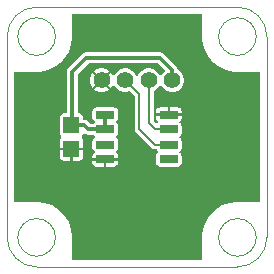
<source format=gbl>
G04*
G04 #@! TF.GenerationSoftware,Altium Limited,Altium Designer,22.3.1 (43)*
G04*
G04 Layer_Physical_Order=2*
G04 Layer_Color=9720587*
%FSLAX42Y42*%
%MOMM*%
G71*
G04*
G04 #@! TF.SameCoordinates,E8A5BB36-140A-47EC-9097-7158AFB52D84*
G04*
G04*
G04 #@! TF.FilePolarity,Positive*
G04*
G01*
G75*
G04:AMPARAMS|DCode=10|XSize=1.4mm|YSize=1.4mm|CornerRadius=0.07mm|HoleSize=0mm|Usage=FLASHONLY|Rotation=180.000|XOffset=0mm|YOffset=0mm|HoleType=Round|Shape=RoundedRectangle|*
%AMROUNDEDRECTD10*
21,1,1.40,1.26,0,0,180.0*
21,1,1.26,1.40,0,0,180.0*
1,1,0.14,-0.63,0.63*
1,1,0.14,0.63,0.63*
1,1,0.14,0.63,-0.63*
1,1,0.14,-0.63,-0.63*
%
%ADD10ROUNDEDRECTD10*%
G04:AMPARAMS|DCode=11|XSize=0.6mm|YSize=1.55mm|CornerRadius=0.03mm|HoleSize=0mm|Usage=FLASHONLY|Rotation=90.000|XOffset=0mm|YOffset=0mm|HoleType=Round|Shape=RoundedRectangle|*
%AMROUNDEDRECTD11*
21,1,0.60,1.49,0,0,90.0*
21,1,0.54,1.55,0,0,90.0*
1,1,0.06,0.75,0.27*
1,1,0.06,0.75,-0.27*
1,1,0.06,-0.75,-0.27*
1,1,0.06,-0.75,0.27*
%
%ADD11ROUNDEDRECTD11*%
%ADD12C,0.30*%
%ADD13C,0.20*%
%ADD14C,0.10*%
%ADD15C,1.40*%
G36*
X550Y1930D02*
X545Y1891D01*
X535Y1853D01*
X520Y1817D01*
X500Y1783D01*
X476Y1752D01*
X448Y1724D01*
X417Y1700D01*
X383Y1680D01*
X347Y1665D01*
X309Y1655D01*
X270Y1650D01*
X61D01*
Y550D01*
X270D01*
X309Y545D01*
X347Y535D01*
X383Y520D01*
X417Y500D01*
X448Y476D01*
X476Y448D01*
X500Y417D01*
X520Y383D01*
X535Y347D01*
X545Y309D01*
X550Y270D01*
Y61D01*
X1650D01*
Y270D01*
X1655Y309D01*
X1665Y347D01*
X1680Y383D01*
X1700Y417D01*
X1724Y448D01*
X1752Y476D01*
X1783Y500D01*
X1817Y520D01*
X1853Y535D01*
X1891Y545D01*
X1930Y550D01*
X2139D01*
Y1650D01*
X1930D01*
X1891Y1655D01*
X1853Y1665D01*
X1817Y1680D01*
X1783Y1700D01*
X1752Y1724D01*
X1724Y1752D01*
X1700Y1783D01*
X1680Y1817D01*
X1665Y1853D01*
X1655Y1891D01*
X1650Y1930D01*
Y2139D01*
X550D01*
Y1930D01*
D02*
G37*
%LPC*%
G36*
X787Y1680D02*
X813D01*
X839Y1673D01*
X861Y1660D01*
X864Y1658D01*
X800Y1594D01*
X736Y1658D01*
X739Y1660D01*
X761Y1673D01*
X787Y1680D01*
D02*
G37*
G36*
X722Y1644D02*
X786Y1580D01*
X722Y1516D01*
X720Y1519D01*
X707Y1541D01*
X700Y1567D01*
Y1593D01*
X707Y1619D01*
X720Y1641D01*
X722Y1644D01*
D02*
G37*
G36*
X800Y1566D02*
X864Y1502D01*
X861Y1500D01*
X839Y1487D01*
X813Y1480D01*
X787D01*
X761Y1487D01*
X739Y1500D01*
X736Y1502D01*
X800Y1566D01*
D02*
G37*
G36*
X1295Y1351D02*
X1360D01*
Y1301D01*
X1262D01*
Y1318D01*
X1264Y1330D01*
X1272Y1341D01*
X1283Y1349D01*
X1295Y1351D01*
D02*
G37*
G36*
X1380D02*
X1444D01*
X1457Y1349D01*
X1468Y1341D01*
X1476Y1330D01*
X1478Y1318D01*
Y1301D01*
X1380D01*
Y1351D01*
D02*
G37*
G36*
X670Y1816D02*
X1297D01*
X1314Y1812D01*
X1329Y1802D01*
X1432Y1699D01*
X1442Y1684D01*
X1445Y1669D01*
X1461Y1660D01*
X1480Y1641D01*
X1493Y1619D01*
X1500Y1593D01*
Y1567D01*
X1493Y1541D01*
X1480Y1519D01*
X1461Y1500D01*
X1439Y1487D01*
X1413Y1480D01*
X1387D01*
X1361Y1487D01*
X1339Y1500D01*
X1320Y1519D01*
X1307Y1541D01*
X1307Y1542D01*
X1293D01*
X1293Y1541D01*
X1280Y1519D01*
X1261Y1500D01*
X1241Y1488D01*
Y1237D01*
X1264Y1214D01*
X1272Y1214D01*
X1280Y1220D01*
X1281Y1226D01*
Y1228D01*
X1280Y1234D01*
X1272Y1240D01*
X1264Y1251D01*
X1262Y1264D01*
Y1281D01*
X1370D01*
X1478D01*
Y1264D01*
X1476Y1251D01*
X1468Y1240D01*
X1460Y1234D01*
X1459Y1228D01*
Y1226D01*
X1460Y1220D01*
X1468Y1214D01*
X1476Y1203D01*
X1478Y1190D01*
Y1136D01*
X1476Y1124D01*
X1468Y1113D01*
X1460Y1107D01*
X1459Y1101D01*
Y1099D01*
X1460Y1093D01*
X1468Y1087D01*
X1476Y1076D01*
X1478Y1064D01*
Y1010D01*
X1476Y997D01*
X1468Y986D01*
X1460Y980D01*
X1459Y974D01*
Y972D01*
X1460Y966D01*
X1468Y960D01*
X1476Y949D01*
X1478Y936D01*
Y882D01*
X1476Y870D01*
X1468Y859D01*
X1457Y851D01*
X1444Y849D01*
X1295D01*
X1283Y851D01*
X1272Y859D01*
X1264Y870D01*
X1262Y882D01*
Y936D01*
X1264Y949D01*
X1272Y960D01*
X1280Y966D01*
X1281Y972D01*
Y974D01*
X1280Y980D01*
X1272Y986D01*
X1265Y996D01*
X1253D01*
X1253Y996D01*
X1238Y999D01*
X1225Y1008D01*
X1091Y1141D01*
X1082Y1154D01*
X1079Y1170D01*
X1079Y1170D01*
Y1443D01*
X1036Y1486D01*
X1013Y1480D01*
X987D01*
X961Y1487D01*
X939Y1500D01*
X920Y1519D01*
X907Y1541D01*
X907Y1542D01*
X893D01*
X893Y1541D01*
X880Y1519D01*
X878Y1516D01*
X814Y1580D01*
X878Y1644D01*
X880Y1641D01*
X893Y1619D01*
X893Y1618D01*
X907D01*
X907Y1619D01*
X920Y1641D01*
X939Y1660D01*
X961Y1673D01*
X987Y1680D01*
X1013D01*
X1039Y1673D01*
X1061Y1660D01*
X1080Y1641D01*
X1093Y1619D01*
X1093Y1618D01*
X1107D01*
X1107Y1619D01*
X1120Y1641D01*
X1139Y1660D01*
X1161Y1673D01*
X1187Y1680D01*
X1213D01*
X1239Y1673D01*
X1261Y1660D01*
X1280Y1641D01*
X1293Y1619D01*
X1293Y1618D01*
X1307D01*
X1307Y1619D01*
X1320Y1641D01*
X1339Y1660D01*
X1339Y1663D01*
X1278Y1724D01*
X689D01*
X596Y1631D01*
Y1301D01*
X607D01*
X622Y1298D01*
X634Y1290D01*
X642Y1277D01*
X645Y1263D01*
Y1246D01*
X650D01*
X668Y1242D01*
X682Y1232D01*
X706Y1209D01*
X728D01*
X732Y1214D01*
X740Y1220D01*
X741Y1226D01*
Y1228D01*
X740Y1234D01*
X732Y1240D01*
X724Y1251D01*
X722Y1264D01*
Y1318D01*
X724Y1330D01*
X732Y1341D01*
X743Y1349D01*
X755Y1351D01*
X904D01*
X917Y1349D01*
X928Y1341D01*
X936Y1330D01*
X938Y1318D01*
Y1264D01*
X936Y1251D01*
X928Y1240D01*
X920Y1234D01*
X919Y1228D01*
Y1226D01*
X920Y1220D01*
X928Y1214D01*
X936Y1203D01*
X938Y1190D01*
Y1136D01*
X936Y1124D01*
X928Y1113D01*
X920Y1107D01*
X919Y1101D01*
Y1099D01*
X920Y1093D01*
X928Y1087D01*
X936Y1076D01*
X938Y1064D01*
Y1010D01*
X936Y997D01*
X928Y986D01*
X920Y980D01*
X919Y974D01*
Y972D01*
X920Y966D01*
X928Y960D01*
X936Y949D01*
X938Y936D01*
Y920D01*
X830D01*
X722D01*
Y936D01*
X724Y949D01*
X732Y960D01*
X740Y966D01*
X741Y972D01*
Y974D01*
X740Y980D01*
X732Y986D01*
X724Y997D01*
X722Y1010D01*
Y1064D01*
X724Y1076D01*
X732Y1087D01*
X740Y1093D01*
X741Y1099D01*
Y1101D01*
X740Y1107D01*
X732Y1113D01*
X728Y1118D01*
X686D01*
X669Y1121D01*
X656Y1129D01*
X648Y1128D01*
X643Y1125D01*
X642Y1123D01*
X634Y1110D01*
X630Y1108D01*
Y1092D01*
X634Y1090D01*
X642Y1077D01*
X645Y1063D01*
Y1010D01*
X444D01*
Y1063D01*
X446Y1077D01*
X455Y1090D01*
X459Y1092D01*
Y1108D01*
X455Y1110D01*
X446Y1123D01*
X444Y1137D01*
Y1263D01*
X446Y1277D01*
X455Y1290D01*
X467Y1298D01*
X481Y1301D01*
X504D01*
Y1650D01*
X508Y1668D01*
X518Y1682D01*
X638Y1802D01*
X652Y1812D01*
X670Y1816D01*
D02*
G37*
G36*
X444Y990D02*
X534D01*
Y899D01*
X481D01*
X467Y902D01*
X455Y910D01*
X446Y923D01*
X444Y937D01*
Y990D01*
D02*
G37*
G36*
X554D02*
X645D01*
Y937D01*
X642Y923D01*
X634Y910D01*
X622Y902D01*
X607Y899D01*
X554D01*
Y990D01*
D02*
G37*
G36*
X722Y900D02*
X820D01*
Y849D01*
X755D01*
X743Y851D01*
X732Y859D01*
X724Y870D01*
X722Y882D01*
Y900D01*
D02*
G37*
G36*
X840D02*
X938D01*
Y882D01*
X936Y870D01*
X928Y859D01*
X917Y851D01*
X904Y849D01*
X840D01*
Y900D01*
D02*
G37*
%LPD*%
D10*
X544Y1200D02*
D03*
Y1000D02*
D03*
D11*
X1370Y910D02*
D03*
Y1036D02*
D03*
Y1164D02*
D03*
Y1290D02*
D03*
X830Y910D02*
D03*
Y1036D02*
D03*
Y1164D02*
D03*
Y1290D02*
D03*
D12*
X1400Y1580D02*
Y1667D01*
X1297Y1770D02*
X670D01*
X1400Y1667D02*
X1297Y1770D01*
X670D02*
X550Y1650D01*
Y1206D02*
Y1650D01*
Y1206D02*
X544Y1200D01*
X830Y1164D02*
Y1290D01*
Y1164D02*
X686D01*
X650Y1200D01*
X544D01*
D13*
X1370Y1036D02*
X1253D01*
X1120Y1170D02*
Y1460D01*
X1253Y1036D02*
X1120Y1170D01*
Y1460D02*
X1000Y1580D01*
X1370Y1164D02*
X1256D01*
X1200Y1220D01*
Y1580D01*
D14*
X1790Y1950D02*
G03*
X1950Y1790I160J0D01*
G01*
Y2110D02*
G03*
X1790Y1950I0J-160D01*
G01*
X2110D02*
G03*
X1950Y2110I-160J0D01*
G01*
Y1790D02*
G03*
X2110Y1950I0J160D01*
G01*
X2110Y250D02*
G03*
X1950Y410I-160J0D01*
G01*
D02*
G03*
X1790Y250I0J-160D01*
G01*
D02*
G03*
X1950Y90I160J0D01*
G01*
D02*
G03*
X2110Y250I0J160D01*
G01*
X410Y250D02*
G03*
X250Y410I-160J0D01*
G01*
D02*
G03*
X90Y250I0J-160D01*
G01*
D02*
G03*
X250Y90I160J0D01*
G01*
D02*
G03*
X410Y250I0J160D01*
G01*
X410Y1950D02*
G03*
X250Y2110I-160J0D01*
G01*
D02*
G03*
X90Y1950I0J-160D01*
G01*
D02*
G03*
X250Y1790I160J0D01*
G01*
D02*
G03*
X410Y1950I0J160D01*
G01*
X2200Y1950D02*
G03*
X1950Y2200I-250J0D01*
G01*
X250D02*
G03*
X-0Y1950I0J-250D01*
G01*
Y250D02*
G03*
X250Y0I250J0D01*
G01*
X1950D02*
G03*
X2200Y250I0J250D01*
G01*
Y1950D01*
X1950Y2200D02*
X250D01*
X-0Y250D02*
Y1950D01*
X1950Y0D02*
X250D01*
D15*
X1200Y1580D02*
D03*
X800D02*
D03*
X1400D02*
D03*
X1000D02*
D03*
M02*

</source>
